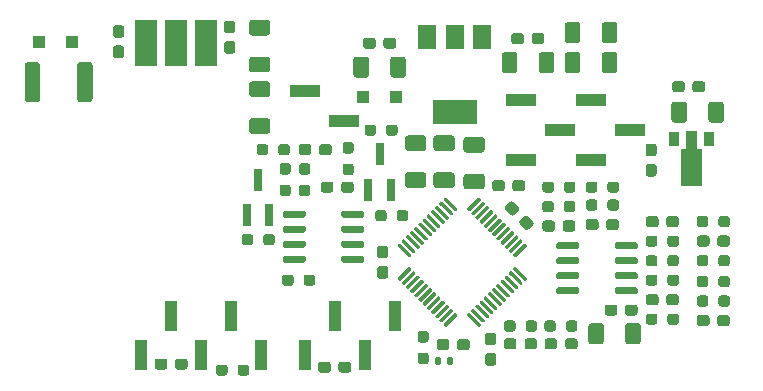
<source format=gtp>
G04 #@! TF.GenerationSoftware,KiCad,Pcbnew,5.1.9*
G04 #@! TF.CreationDate,2021-04-12T05:07:17-03:00*
G04 #@! TF.ProjectId,Controle,436f6e74-726f-46c6-952e-6b696361645f,rev?*
G04 #@! TF.SameCoordinates,Original*
G04 #@! TF.FileFunction,Paste,Top*
G04 #@! TF.FilePolarity,Positive*
%FSLAX46Y46*%
G04 Gerber Fmt 4.6, Leading zero omitted, Abs format (unit mm)*
G04 Created by KiCad (PCBNEW 5.1.9) date 2021-04-12 05:07:17*
%MOMM*%
%LPD*%
G01*
G04 APERTURE LIST*
%ADD10R,2.510000X1.000000*%
%ADD11R,0.800000X1.900000*%
%ADD12C,0.150000*%
%ADD13R,0.900000X1.300000*%
%ADD14R,1.000000X2.510000*%
%ADD15R,1.100000X1.100000*%
%ADD16R,1.905000X4.000000*%
%ADD17R,3.800000X2.000000*%
%ADD18R,1.500000X2.000000*%
G04 APERTURE END LIST*
G36*
G01*
X160609500Y-65778000D02*
X161084500Y-65778000D01*
G75*
G02*
X161322000Y-66015500I0J-237500D01*
G01*
X161322000Y-66515500D01*
G75*
G02*
X161084500Y-66753000I-237500J0D01*
G01*
X160609500Y-66753000D01*
G75*
G02*
X160372000Y-66515500I0J237500D01*
G01*
X160372000Y-66015500D01*
G75*
G02*
X160609500Y-65778000I237500J0D01*
G01*
G37*
G36*
G01*
X160609500Y-67603000D02*
X161084500Y-67603000D01*
G75*
G02*
X161322000Y-67840500I0J-237500D01*
G01*
X161322000Y-68340500D01*
G75*
G02*
X161084500Y-68578000I-237500J0D01*
G01*
X160609500Y-68578000D01*
G75*
G02*
X160372000Y-68340500I0J237500D01*
G01*
X160372000Y-67840500D01*
G75*
G02*
X160609500Y-67603000I237500J0D01*
G01*
G37*
D10*
X160470000Y-64003000D03*
X157160000Y-61463000D03*
G36*
G01*
X164105000Y-71766500D02*
X164105000Y-72241500D01*
G75*
G02*
X163867500Y-72479000I-237500J0D01*
G01*
X163367500Y-72479000D01*
G75*
G02*
X163130000Y-72241500I0J237500D01*
G01*
X163130000Y-71766500D01*
G75*
G02*
X163367500Y-71529000I237500J0D01*
G01*
X163867500Y-71529000D01*
G75*
G02*
X164105000Y-71766500I0J-237500D01*
G01*
G37*
G36*
G01*
X165930000Y-71766500D02*
X165930000Y-72241500D01*
G75*
G02*
X165692500Y-72479000I-237500J0D01*
G01*
X165192500Y-72479000D01*
G75*
G02*
X164955000Y-72241500I0J237500D01*
G01*
X164955000Y-71766500D01*
G75*
G02*
X165192500Y-71529000I237500J0D01*
G01*
X165692500Y-71529000D01*
G75*
G02*
X165930000Y-71766500I0J-237500D01*
G01*
G37*
G36*
G01*
X163216000Y-64527500D02*
X163216000Y-65002500D01*
G75*
G02*
X162978500Y-65240000I-237500J0D01*
G01*
X162478500Y-65240000D01*
G75*
G02*
X162241000Y-65002500I0J237500D01*
G01*
X162241000Y-64527500D01*
G75*
G02*
X162478500Y-64290000I237500J0D01*
G01*
X162978500Y-64290000D01*
G75*
G02*
X163216000Y-64527500I0J-237500D01*
G01*
G37*
G36*
G01*
X165041000Y-64527500D02*
X165041000Y-65002500D01*
G75*
G02*
X164803500Y-65240000I-237500J0D01*
G01*
X164303500Y-65240000D01*
G75*
G02*
X164066000Y-65002500I0J237500D01*
G01*
X164066000Y-64527500D01*
G75*
G02*
X164303500Y-64290000I237500J0D01*
G01*
X164803500Y-64290000D01*
G75*
G02*
X165041000Y-64527500I0J-237500D01*
G01*
G37*
D11*
X163514000Y-66821000D03*
X164464000Y-69821000D03*
X162564000Y-69821000D03*
G36*
G01*
X180521000Y-58399999D02*
X180521000Y-59700001D01*
G75*
G02*
X180271001Y-59950000I-249999J0D01*
G01*
X179445999Y-59950000D01*
G75*
G02*
X179196000Y-59700001I0J249999D01*
G01*
X179196000Y-58399999D01*
G75*
G02*
X179445999Y-58150000I249999J0D01*
G01*
X180271001Y-58150000D01*
G75*
G02*
X180521000Y-58399999I0J-249999D01*
G01*
G37*
G36*
G01*
X183646000Y-58399999D02*
X183646000Y-59700001D01*
G75*
G02*
X183396001Y-59950000I-249999J0D01*
G01*
X182570999Y-59950000D01*
G75*
G02*
X182321000Y-59700001I0J249999D01*
G01*
X182321000Y-58399999D01*
G75*
G02*
X182570999Y-58150000I249999J0D01*
G01*
X183396001Y-58150000D01*
G75*
G02*
X183646000Y-58399999I0J-249999D01*
G01*
G37*
G36*
G01*
X167212001Y-66532000D02*
X165911999Y-66532000D01*
G75*
G02*
X165662000Y-66282001I0J249999D01*
G01*
X165662000Y-65456999D01*
G75*
G02*
X165911999Y-65207000I249999J0D01*
G01*
X167212001Y-65207000D01*
G75*
G02*
X167462000Y-65456999I0J-249999D01*
G01*
X167462000Y-66282001D01*
G75*
G02*
X167212001Y-66532000I-249999J0D01*
G01*
G37*
G36*
G01*
X167212001Y-69657000D02*
X165911999Y-69657000D01*
G75*
G02*
X165662000Y-69407001I0J249999D01*
G01*
X165662000Y-68581999D01*
G75*
G02*
X165911999Y-68332000I249999J0D01*
G01*
X167212001Y-68332000D01*
G75*
G02*
X167462000Y-68581999I0J-249999D01*
G01*
X167462000Y-69407001D01*
G75*
G02*
X167212001Y-69657000I-249999J0D01*
G01*
G37*
G36*
G01*
X169625001Y-66532000D02*
X168324999Y-66532000D01*
G75*
G02*
X168075000Y-66282001I0J249999D01*
G01*
X168075000Y-65456999D01*
G75*
G02*
X168324999Y-65207000I249999J0D01*
G01*
X169625001Y-65207000D01*
G75*
G02*
X169875000Y-65456999I0J-249999D01*
G01*
X169875000Y-66282001D01*
G75*
G02*
X169625001Y-66532000I-249999J0D01*
G01*
G37*
G36*
G01*
X169625001Y-69657000D02*
X168324999Y-69657000D01*
G75*
G02*
X168075000Y-69407001I0J249999D01*
G01*
X168075000Y-68581999D01*
G75*
G02*
X168324999Y-68332000I249999J0D01*
G01*
X169625001Y-68332000D01*
G75*
G02*
X169875000Y-68581999I0J-249999D01*
G01*
X169875000Y-69407001D01*
G75*
G02*
X169625001Y-69657000I-249999J0D01*
G01*
G37*
G36*
G01*
X182502200Y-81361599D02*
X182502200Y-82661601D01*
G75*
G02*
X182252201Y-82911600I-249999J0D01*
G01*
X181427199Y-82911600D01*
G75*
G02*
X181177200Y-82661601I0J249999D01*
G01*
X181177200Y-81361599D01*
G75*
G02*
X181427199Y-81111600I249999J0D01*
G01*
X182252201Y-81111600D01*
G75*
G02*
X182502200Y-81361599I0J-249999D01*
G01*
G37*
G36*
G01*
X185627200Y-81361599D02*
X185627200Y-82661601D01*
G75*
G02*
X185377201Y-82911600I-249999J0D01*
G01*
X184552199Y-82911600D01*
G75*
G02*
X184302200Y-82661601I0J249999D01*
G01*
X184302200Y-81361599D01*
G75*
G02*
X184552199Y-81111600I249999J0D01*
G01*
X185377201Y-81111600D01*
G75*
G02*
X185627200Y-81361599I0J-249999D01*
G01*
G37*
G36*
G01*
X170864999Y-68459000D02*
X172165001Y-68459000D01*
G75*
G02*
X172415000Y-68708999I0J-249999D01*
G01*
X172415000Y-69534001D01*
G75*
G02*
X172165001Y-69784000I-249999J0D01*
G01*
X170864999Y-69784000D01*
G75*
G02*
X170615000Y-69534001I0J249999D01*
G01*
X170615000Y-68708999D01*
G75*
G02*
X170864999Y-68459000I249999J0D01*
G01*
G37*
G36*
G01*
X170864999Y-65334000D02*
X172165001Y-65334000D01*
G75*
G02*
X172415000Y-65583999I0J-249999D01*
G01*
X172415000Y-66409001D01*
G75*
G02*
X172165001Y-66659000I-249999J0D01*
G01*
X170864999Y-66659000D01*
G75*
G02*
X170615000Y-66409001I0J249999D01*
G01*
X170615000Y-65583999D01*
G75*
G02*
X170864999Y-65334000I249999J0D01*
G01*
G37*
G36*
G01*
X152703999Y-63760000D02*
X154004001Y-63760000D01*
G75*
G02*
X154254000Y-64009999I0J-249999D01*
G01*
X154254000Y-64835001D01*
G75*
G02*
X154004001Y-65085000I-249999J0D01*
G01*
X152703999Y-65085000D01*
G75*
G02*
X152454000Y-64835001I0J249999D01*
G01*
X152454000Y-64009999D01*
G75*
G02*
X152703999Y-63760000I249999J0D01*
G01*
G37*
G36*
G01*
X152703999Y-60635000D02*
X154004001Y-60635000D01*
G75*
G02*
X154254000Y-60884999I0J-249999D01*
G01*
X154254000Y-61710001D01*
G75*
G02*
X154004001Y-61960000I-249999J0D01*
G01*
X152703999Y-61960000D01*
G75*
G02*
X152454000Y-61710001I0J249999D01*
G01*
X152454000Y-60884999D01*
G75*
G02*
X152703999Y-60635000I249999J0D01*
G01*
G37*
G36*
G01*
X154004001Y-56753000D02*
X152703999Y-56753000D01*
G75*
G02*
X152454000Y-56503001I0J249999D01*
G01*
X152454000Y-55677999D01*
G75*
G02*
X152703999Y-55428000I249999J0D01*
G01*
X154004001Y-55428000D01*
G75*
G02*
X154254000Y-55677999I0J-249999D01*
G01*
X154254000Y-56503001D01*
G75*
G02*
X154004001Y-56753000I-249999J0D01*
G01*
G37*
G36*
G01*
X154004001Y-59878000D02*
X152703999Y-59878000D01*
G75*
G02*
X152454000Y-59628001I0J249999D01*
G01*
X152454000Y-58802999D01*
G75*
G02*
X152703999Y-58553000I249999J0D01*
G01*
X154004001Y-58553000D01*
G75*
G02*
X154254000Y-58802999I0J-249999D01*
G01*
X154254000Y-59628001D01*
G75*
G02*
X154004001Y-59878000I-249999J0D01*
G01*
G37*
G36*
G01*
X162614000Y-58780999D02*
X162614000Y-60081001D01*
G75*
G02*
X162364001Y-60331000I-249999J0D01*
G01*
X161538999Y-60331000D01*
G75*
G02*
X161289000Y-60081001I0J249999D01*
G01*
X161289000Y-58780999D01*
G75*
G02*
X161538999Y-58531000I249999J0D01*
G01*
X162364001Y-58531000D01*
G75*
G02*
X162614000Y-58780999I0J-249999D01*
G01*
G37*
G36*
G01*
X165739000Y-58780999D02*
X165739000Y-60081001D01*
G75*
G02*
X165489001Y-60331000I-249999J0D01*
G01*
X164663999Y-60331000D01*
G75*
G02*
X164414000Y-60081001I0J249999D01*
G01*
X164414000Y-58780999D01*
G75*
G02*
X164663999Y-58531000I249999J0D01*
G01*
X165489001Y-58531000D01*
G75*
G02*
X165739000Y-58780999I0J-249999D01*
G01*
G37*
G36*
G01*
X175187000Y-58399999D02*
X175187000Y-59700001D01*
G75*
G02*
X174937001Y-59950000I-249999J0D01*
G01*
X174111999Y-59950000D01*
G75*
G02*
X173862000Y-59700001I0J249999D01*
G01*
X173862000Y-58399999D01*
G75*
G02*
X174111999Y-58150000I249999J0D01*
G01*
X174937001Y-58150000D01*
G75*
G02*
X175187000Y-58399999I0J-249999D01*
G01*
G37*
G36*
G01*
X178312000Y-58399999D02*
X178312000Y-59700001D01*
G75*
G02*
X178062001Y-59950000I-249999J0D01*
G01*
X177236999Y-59950000D01*
G75*
G02*
X176987000Y-59700001I0J249999D01*
G01*
X176987000Y-58399999D01*
G75*
G02*
X177236999Y-58150000I249999J0D01*
G01*
X178062001Y-58150000D01*
G75*
G02*
X178312000Y-58399999I0J-249999D01*
G01*
G37*
G36*
G01*
X189538000Y-62590999D02*
X189538000Y-63891001D01*
G75*
G02*
X189288001Y-64141000I-249999J0D01*
G01*
X188462999Y-64141000D01*
G75*
G02*
X188213000Y-63891001I0J249999D01*
G01*
X188213000Y-62590999D01*
G75*
G02*
X188462999Y-62341000I249999J0D01*
G01*
X189288001Y-62341000D01*
G75*
G02*
X189538000Y-62590999I0J-249999D01*
G01*
G37*
G36*
G01*
X192663000Y-62590999D02*
X192663000Y-63891001D01*
G75*
G02*
X192413001Y-64141000I-249999J0D01*
G01*
X191587999Y-64141000D01*
G75*
G02*
X191338000Y-63891001I0J249999D01*
G01*
X191338000Y-62590999D01*
G75*
G02*
X191587999Y-62341000I249999J0D01*
G01*
X192413001Y-62341000D01*
G75*
G02*
X192663000Y-62590999I0J-249999D01*
G01*
G37*
G36*
G01*
X180521000Y-55859999D02*
X180521000Y-57160001D01*
G75*
G02*
X180271001Y-57410000I-249999J0D01*
G01*
X179445999Y-57410000D01*
G75*
G02*
X179196000Y-57160001I0J249999D01*
G01*
X179196000Y-55859999D01*
G75*
G02*
X179445999Y-55610000I249999J0D01*
G01*
X180271001Y-55610000D01*
G75*
G02*
X180521000Y-55859999I0J-249999D01*
G01*
G37*
G36*
G01*
X183646000Y-55859999D02*
X183646000Y-57160001D01*
G75*
G02*
X183396001Y-57410000I-249999J0D01*
G01*
X182570999Y-57410000D01*
G75*
G02*
X182321000Y-57160001I0J249999D01*
G01*
X182321000Y-55859999D01*
G75*
G02*
X182570999Y-55610000I249999J0D01*
G01*
X183396001Y-55610000D01*
G75*
G02*
X183646000Y-55859999I0J-249999D01*
G01*
G37*
D12*
G36*
X189063500Y-69478000D02*
G01*
X189063500Y-66353000D01*
X189480000Y-66353000D01*
X189480000Y-64878000D01*
X190380000Y-64878000D01*
X190380000Y-66353000D01*
X190796500Y-66353000D01*
X190796500Y-69478000D01*
X189063500Y-69478000D01*
G37*
D13*
X188430000Y-65528000D03*
X191430000Y-65528000D03*
D14*
X143321000Y-83819000D03*
X148401000Y-83819000D03*
X153481000Y-83819000D03*
X145861000Y-80509000D03*
X150941000Y-80509000D03*
D15*
X162114000Y-61971000D03*
X164914000Y-61971000D03*
G36*
G01*
X134761000Y-59251000D02*
X134761000Y-62151000D01*
G75*
G02*
X134511000Y-62401000I-250000J0D01*
G01*
X133711000Y-62401000D01*
G75*
G02*
X133461000Y-62151000I0J250000D01*
G01*
X133461000Y-59251000D01*
G75*
G02*
X133711000Y-59001000I250000J0D01*
G01*
X134511000Y-59001000D01*
G75*
G02*
X134761000Y-59251000I0J-250000D01*
G01*
G37*
G36*
G01*
X139211000Y-59251000D02*
X139211000Y-62151000D01*
G75*
G02*
X138961000Y-62401000I-250000J0D01*
G01*
X138161000Y-62401000D01*
G75*
G02*
X137911000Y-62151000I0J250000D01*
G01*
X137911000Y-59251000D01*
G75*
G02*
X138161000Y-59001000I250000J0D01*
G01*
X138961000Y-59001000D01*
G75*
G02*
X139211000Y-59251000I0J-250000D01*
G01*
G37*
G36*
G01*
X180429000Y-78204000D02*
X180429000Y-78504000D01*
G75*
G02*
X180279000Y-78654000I-150000J0D01*
G01*
X178629000Y-78654000D01*
G75*
G02*
X178479000Y-78504000I0J150000D01*
G01*
X178479000Y-78204000D01*
G75*
G02*
X178629000Y-78054000I150000J0D01*
G01*
X180279000Y-78054000D01*
G75*
G02*
X180429000Y-78204000I0J-150000D01*
G01*
G37*
G36*
G01*
X180429000Y-76934000D02*
X180429000Y-77234000D01*
G75*
G02*
X180279000Y-77384000I-150000J0D01*
G01*
X178629000Y-77384000D01*
G75*
G02*
X178479000Y-77234000I0J150000D01*
G01*
X178479000Y-76934000D01*
G75*
G02*
X178629000Y-76784000I150000J0D01*
G01*
X180279000Y-76784000D01*
G75*
G02*
X180429000Y-76934000I0J-150000D01*
G01*
G37*
G36*
G01*
X180429000Y-75664000D02*
X180429000Y-75964000D01*
G75*
G02*
X180279000Y-76114000I-150000J0D01*
G01*
X178629000Y-76114000D01*
G75*
G02*
X178479000Y-75964000I0J150000D01*
G01*
X178479000Y-75664000D01*
G75*
G02*
X178629000Y-75514000I150000J0D01*
G01*
X180279000Y-75514000D01*
G75*
G02*
X180429000Y-75664000I0J-150000D01*
G01*
G37*
G36*
G01*
X180429000Y-74394000D02*
X180429000Y-74694000D01*
G75*
G02*
X180279000Y-74844000I-150000J0D01*
G01*
X178629000Y-74844000D01*
G75*
G02*
X178479000Y-74694000I0J150000D01*
G01*
X178479000Y-74394000D01*
G75*
G02*
X178629000Y-74244000I150000J0D01*
G01*
X180279000Y-74244000D01*
G75*
G02*
X180429000Y-74394000I0J-150000D01*
G01*
G37*
G36*
G01*
X185379000Y-74394000D02*
X185379000Y-74694000D01*
G75*
G02*
X185229000Y-74844000I-150000J0D01*
G01*
X183579000Y-74844000D01*
G75*
G02*
X183429000Y-74694000I0J150000D01*
G01*
X183429000Y-74394000D01*
G75*
G02*
X183579000Y-74244000I150000J0D01*
G01*
X185229000Y-74244000D01*
G75*
G02*
X185379000Y-74394000I0J-150000D01*
G01*
G37*
G36*
G01*
X185379000Y-75664000D02*
X185379000Y-75964000D01*
G75*
G02*
X185229000Y-76114000I-150000J0D01*
G01*
X183579000Y-76114000D01*
G75*
G02*
X183429000Y-75964000I0J150000D01*
G01*
X183429000Y-75664000D01*
G75*
G02*
X183579000Y-75514000I150000J0D01*
G01*
X185229000Y-75514000D01*
G75*
G02*
X185379000Y-75664000I0J-150000D01*
G01*
G37*
G36*
G01*
X185379000Y-76934000D02*
X185379000Y-77234000D01*
G75*
G02*
X185229000Y-77384000I-150000J0D01*
G01*
X183579000Y-77384000D01*
G75*
G02*
X183429000Y-77234000I0J150000D01*
G01*
X183429000Y-76934000D01*
G75*
G02*
X183579000Y-76784000I150000J0D01*
G01*
X185229000Y-76784000D01*
G75*
G02*
X185379000Y-76934000I0J-150000D01*
G01*
G37*
G36*
G01*
X185379000Y-78204000D02*
X185379000Y-78504000D01*
G75*
G02*
X185229000Y-78654000I-150000J0D01*
G01*
X183579000Y-78654000D01*
G75*
G02*
X183429000Y-78504000I0J150000D01*
G01*
X183429000Y-78204000D01*
G75*
G02*
X183579000Y-78054000I150000J0D01*
G01*
X185229000Y-78054000D01*
G75*
G02*
X185379000Y-78204000I0J-150000D01*
G01*
G37*
G36*
G01*
X175097000Y-82623500D02*
X175097000Y-83098500D01*
G75*
G02*
X174859500Y-83336000I-237500J0D01*
G01*
X174284500Y-83336000D01*
G75*
G02*
X174047000Y-83098500I0J237500D01*
G01*
X174047000Y-82623500D01*
G75*
G02*
X174284500Y-82386000I237500J0D01*
G01*
X174859500Y-82386000D01*
G75*
G02*
X175097000Y-82623500I0J-237500D01*
G01*
G37*
G36*
G01*
X176847000Y-82623500D02*
X176847000Y-83098500D01*
G75*
G02*
X176609500Y-83336000I-237500J0D01*
G01*
X176034500Y-83336000D01*
G75*
G02*
X175797000Y-83098500I0J237500D01*
G01*
X175797000Y-82623500D01*
G75*
G02*
X176034500Y-82386000I237500J0D01*
G01*
X176609500Y-82386000D01*
G75*
G02*
X176847000Y-82623500I0J-237500D01*
G01*
G37*
G36*
G01*
X175872000Y-81588700D02*
X175872000Y-81113700D01*
G75*
G02*
X176109500Y-80876200I237500J0D01*
G01*
X176609500Y-80876200D01*
G75*
G02*
X176847000Y-81113700I0J-237500D01*
G01*
X176847000Y-81588700D01*
G75*
G02*
X176609500Y-81826200I-237500J0D01*
G01*
X176109500Y-81826200D01*
G75*
G02*
X175872000Y-81588700I0J237500D01*
G01*
G37*
G36*
G01*
X174047000Y-81588700D02*
X174047000Y-81113700D01*
G75*
G02*
X174284500Y-80876200I237500J0D01*
G01*
X174784500Y-80876200D01*
G75*
G02*
X175022000Y-81113700I0J-237500D01*
G01*
X175022000Y-81588700D01*
G75*
G02*
X174784500Y-81826200I-237500J0D01*
G01*
X174284500Y-81826200D01*
G75*
G02*
X174047000Y-81588700I0J237500D01*
G01*
G37*
G36*
G01*
X170074736Y-80466484D02*
X169137820Y-81403400D01*
G75*
G02*
X169031754Y-81403400I-53033J53033D01*
G01*
X168925688Y-81297334D01*
G75*
G02*
X168925688Y-81191268I53033J53033D01*
G01*
X169862604Y-80254352D01*
G75*
G02*
X169968670Y-80254352I53033J-53033D01*
G01*
X170074736Y-80360418D01*
G75*
G02*
X170074736Y-80466484I-53033J-53033D01*
G01*
G37*
G36*
G01*
X169721182Y-80112930D02*
X168784266Y-81049846D01*
G75*
G02*
X168678200Y-81049846I-53033J53033D01*
G01*
X168572134Y-80943780D01*
G75*
G02*
X168572134Y-80837714I53033J53033D01*
G01*
X169509050Y-79900798D01*
G75*
G02*
X169615116Y-79900798I53033J-53033D01*
G01*
X169721182Y-80006864D01*
G75*
G02*
X169721182Y-80112930I-53033J-53033D01*
G01*
G37*
G36*
G01*
X169367629Y-79759377D02*
X168430713Y-80696293D01*
G75*
G02*
X168324647Y-80696293I-53033J53033D01*
G01*
X168218581Y-80590227D01*
G75*
G02*
X168218581Y-80484161I53033J53033D01*
G01*
X169155497Y-79547245D01*
G75*
G02*
X169261563Y-79547245I53033J-53033D01*
G01*
X169367629Y-79653311D01*
G75*
G02*
X169367629Y-79759377I-53033J-53033D01*
G01*
G37*
G36*
G01*
X169014075Y-79405823D02*
X168077159Y-80342739D01*
G75*
G02*
X167971093Y-80342739I-53033J53033D01*
G01*
X167865027Y-80236673D01*
G75*
G02*
X167865027Y-80130607I53033J53033D01*
G01*
X168801943Y-79193691D01*
G75*
G02*
X168908009Y-79193691I53033J-53033D01*
G01*
X169014075Y-79299757D01*
G75*
G02*
X169014075Y-79405823I-53033J-53033D01*
G01*
G37*
G36*
G01*
X168660522Y-79052270D02*
X167723606Y-79989186D01*
G75*
G02*
X167617540Y-79989186I-53033J53033D01*
G01*
X167511474Y-79883120D01*
G75*
G02*
X167511474Y-79777054I53033J53033D01*
G01*
X168448390Y-78840138D01*
G75*
G02*
X168554456Y-78840138I53033J-53033D01*
G01*
X168660522Y-78946204D01*
G75*
G02*
X168660522Y-79052270I-53033J-53033D01*
G01*
G37*
G36*
G01*
X168306969Y-78698717D02*
X167370053Y-79635633D01*
G75*
G02*
X167263987Y-79635633I-53033J53033D01*
G01*
X167157921Y-79529567D01*
G75*
G02*
X167157921Y-79423501I53033J53033D01*
G01*
X168094837Y-78486585D01*
G75*
G02*
X168200903Y-78486585I53033J-53033D01*
G01*
X168306969Y-78592651D01*
G75*
G02*
X168306969Y-78698717I-53033J-53033D01*
G01*
G37*
G36*
G01*
X167953415Y-78345163D02*
X167016499Y-79282079D01*
G75*
G02*
X166910433Y-79282079I-53033J53033D01*
G01*
X166804367Y-79176013D01*
G75*
G02*
X166804367Y-79069947I53033J53033D01*
G01*
X167741283Y-78133031D01*
G75*
G02*
X167847349Y-78133031I53033J-53033D01*
G01*
X167953415Y-78239097D01*
G75*
G02*
X167953415Y-78345163I-53033J-53033D01*
G01*
G37*
G36*
G01*
X167599862Y-77991610D02*
X166662946Y-78928526D01*
G75*
G02*
X166556880Y-78928526I-53033J53033D01*
G01*
X166450814Y-78822460D01*
G75*
G02*
X166450814Y-78716394I53033J53033D01*
G01*
X167387730Y-77779478D01*
G75*
G02*
X167493796Y-77779478I53033J-53033D01*
G01*
X167599862Y-77885544D01*
G75*
G02*
X167599862Y-77991610I-53033J-53033D01*
G01*
G37*
G36*
G01*
X167246309Y-77638057D02*
X166309393Y-78574973D01*
G75*
G02*
X166203327Y-78574973I-53033J53033D01*
G01*
X166097261Y-78468907D01*
G75*
G02*
X166097261Y-78362841I53033J53033D01*
G01*
X167034177Y-77425925D01*
G75*
G02*
X167140243Y-77425925I53033J-53033D01*
G01*
X167246309Y-77531991D01*
G75*
G02*
X167246309Y-77638057I-53033J-53033D01*
G01*
G37*
G36*
G01*
X166892755Y-77284503D02*
X165955839Y-78221419D01*
G75*
G02*
X165849773Y-78221419I-53033J53033D01*
G01*
X165743707Y-78115353D01*
G75*
G02*
X165743707Y-78009287I53033J53033D01*
G01*
X166680623Y-77072371D01*
G75*
G02*
X166786689Y-77072371I53033J-53033D01*
G01*
X166892755Y-77178437D01*
G75*
G02*
X166892755Y-77284503I-53033J-53033D01*
G01*
G37*
G36*
G01*
X166539202Y-76930950D02*
X165602286Y-77867866D01*
G75*
G02*
X165496220Y-77867866I-53033J53033D01*
G01*
X165390154Y-77761800D01*
G75*
G02*
X165390154Y-77655734I53033J53033D01*
G01*
X166327070Y-76718818D01*
G75*
G02*
X166433136Y-76718818I53033J-53033D01*
G01*
X166539202Y-76824884D01*
G75*
G02*
X166539202Y-76930950I-53033J-53033D01*
G01*
G37*
G36*
G01*
X166185648Y-76577396D02*
X165248732Y-77514312D01*
G75*
G02*
X165142666Y-77514312I-53033J53033D01*
G01*
X165036600Y-77408246D01*
G75*
G02*
X165036600Y-77302180I53033J53033D01*
G01*
X165973516Y-76365264D01*
G75*
G02*
X166079582Y-76365264I53033J-53033D01*
G01*
X166185648Y-76471330D01*
G75*
G02*
X166185648Y-76577396I-53033J-53033D01*
G01*
G37*
G36*
G01*
X166185648Y-75410670D02*
X166079582Y-75516736D01*
G75*
G02*
X165973516Y-75516736I-53033J53033D01*
G01*
X165036600Y-74579820D01*
G75*
G02*
X165036600Y-74473754I53033J53033D01*
G01*
X165142666Y-74367688D01*
G75*
G02*
X165248732Y-74367688I53033J-53033D01*
G01*
X166185648Y-75304604D01*
G75*
G02*
X166185648Y-75410670I-53033J-53033D01*
G01*
G37*
G36*
G01*
X166539202Y-75057116D02*
X166433136Y-75163182D01*
G75*
G02*
X166327070Y-75163182I-53033J53033D01*
G01*
X165390154Y-74226266D01*
G75*
G02*
X165390154Y-74120200I53033J53033D01*
G01*
X165496220Y-74014134D01*
G75*
G02*
X165602286Y-74014134I53033J-53033D01*
G01*
X166539202Y-74951050D01*
G75*
G02*
X166539202Y-75057116I-53033J-53033D01*
G01*
G37*
G36*
G01*
X166892755Y-74703563D02*
X166786689Y-74809629D01*
G75*
G02*
X166680623Y-74809629I-53033J53033D01*
G01*
X165743707Y-73872713D01*
G75*
G02*
X165743707Y-73766647I53033J53033D01*
G01*
X165849773Y-73660581D01*
G75*
G02*
X165955839Y-73660581I53033J-53033D01*
G01*
X166892755Y-74597497D01*
G75*
G02*
X166892755Y-74703563I-53033J-53033D01*
G01*
G37*
G36*
G01*
X167246309Y-74350009D02*
X167140243Y-74456075D01*
G75*
G02*
X167034177Y-74456075I-53033J53033D01*
G01*
X166097261Y-73519159D01*
G75*
G02*
X166097261Y-73413093I53033J53033D01*
G01*
X166203327Y-73307027D01*
G75*
G02*
X166309393Y-73307027I53033J-53033D01*
G01*
X167246309Y-74243943D01*
G75*
G02*
X167246309Y-74350009I-53033J-53033D01*
G01*
G37*
G36*
G01*
X167599862Y-73996456D02*
X167493796Y-74102522D01*
G75*
G02*
X167387730Y-74102522I-53033J53033D01*
G01*
X166450814Y-73165606D01*
G75*
G02*
X166450814Y-73059540I53033J53033D01*
G01*
X166556880Y-72953474D01*
G75*
G02*
X166662946Y-72953474I53033J-53033D01*
G01*
X167599862Y-73890390D01*
G75*
G02*
X167599862Y-73996456I-53033J-53033D01*
G01*
G37*
G36*
G01*
X167953415Y-73642903D02*
X167847349Y-73748969D01*
G75*
G02*
X167741283Y-73748969I-53033J53033D01*
G01*
X166804367Y-72812053D01*
G75*
G02*
X166804367Y-72705987I53033J53033D01*
G01*
X166910433Y-72599921D01*
G75*
G02*
X167016499Y-72599921I53033J-53033D01*
G01*
X167953415Y-73536837D01*
G75*
G02*
X167953415Y-73642903I-53033J-53033D01*
G01*
G37*
G36*
G01*
X168306969Y-73289349D02*
X168200903Y-73395415D01*
G75*
G02*
X168094837Y-73395415I-53033J53033D01*
G01*
X167157921Y-72458499D01*
G75*
G02*
X167157921Y-72352433I53033J53033D01*
G01*
X167263987Y-72246367D01*
G75*
G02*
X167370053Y-72246367I53033J-53033D01*
G01*
X168306969Y-73183283D01*
G75*
G02*
X168306969Y-73289349I-53033J-53033D01*
G01*
G37*
G36*
G01*
X168660522Y-72935796D02*
X168554456Y-73041862D01*
G75*
G02*
X168448390Y-73041862I-53033J53033D01*
G01*
X167511474Y-72104946D01*
G75*
G02*
X167511474Y-71998880I53033J53033D01*
G01*
X167617540Y-71892814D01*
G75*
G02*
X167723606Y-71892814I53033J-53033D01*
G01*
X168660522Y-72829730D01*
G75*
G02*
X168660522Y-72935796I-53033J-53033D01*
G01*
G37*
G36*
G01*
X169014075Y-72582243D02*
X168908009Y-72688309D01*
G75*
G02*
X168801943Y-72688309I-53033J53033D01*
G01*
X167865027Y-71751393D01*
G75*
G02*
X167865027Y-71645327I53033J53033D01*
G01*
X167971093Y-71539261D01*
G75*
G02*
X168077159Y-71539261I53033J-53033D01*
G01*
X169014075Y-72476177D01*
G75*
G02*
X169014075Y-72582243I-53033J-53033D01*
G01*
G37*
G36*
G01*
X169367629Y-72228689D02*
X169261563Y-72334755D01*
G75*
G02*
X169155497Y-72334755I-53033J53033D01*
G01*
X168218581Y-71397839D01*
G75*
G02*
X168218581Y-71291773I53033J53033D01*
G01*
X168324647Y-71185707D01*
G75*
G02*
X168430713Y-71185707I53033J-53033D01*
G01*
X169367629Y-72122623D01*
G75*
G02*
X169367629Y-72228689I-53033J-53033D01*
G01*
G37*
G36*
G01*
X169721182Y-71875136D02*
X169615116Y-71981202D01*
G75*
G02*
X169509050Y-71981202I-53033J53033D01*
G01*
X168572134Y-71044286D01*
G75*
G02*
X168572134Y-70938220I53033J53033D01*
G01*
X168678200Y-70832154D01*
G75*
G02*
X168784266Y-70832154I53033J-53033D01*
G01*
X169721182Y-71769070D01*
G75*
G02*
X169721182Y-71875136I-53033J-53033D01*
G01*
G37*
G36*
G01*
X170074736Y-71521582D02*
X169968670Y-71627648D01*
G75*
G02*
X169862604Y-71627648I-53033J53033D01*
G01*
X168925688Y-70690732D01*
G75*
G02*
X168925688Y-70584666I53033J53033D01*
G01*
X169031754Y-70478600D01*
G75*
G02*
X169137820Y-70478600I53033J-53033D01*
G01*
X170074736Y-71415516D01*
G75*
G02*
X170074736Y-71521582I-53033J-53033D01*
G01*
G37*
G36*
G01*
X172072312Y-70690732D02*
X171135396Y-71627648D01*
G75*
G02*
X171029330Y-71627648I-53033J53033D01*
G01*
X170923264Y-71521582D01*
G75*
G02*
X170923264Y-71415516I53033J53033D01*
G01*
X171860180Y-70478600D01*
G75*
G02*
X171966246Y-70478600I53033J-53033D01*
G01*
X172072312Y-70584666D01*
G75*
G02*
X172072312Y-70690732I-53033J-53033D01*
G01*
G37*
G36*
G01*
X172425866Y-71044286D02*
X171488950Y-71981202D01*
G75*
G02*
X171382884Y-71981202I-53033J53033D01*
G01*
X171276818Y-71875136D01*
G75*
G02*
X171276818Y-71769070I53033J53033D01*
G01*
X172213734Y-70832154D01*
G75*
G02*
X172319800Y-70832154I53033J-53033D01*
G01*
X172425866Y-70938220D01*
G75*
G02*
X172425866Y-71044286I-53033J-53033D01*
G01*
G37*
G36*
G01*
X172779419Y-71397839D02*
X171842503Y-72334755D01*
G75*
G02*
X171736437Y-72334755I-53033J53033D01*
G01*
X171630371Y-72228689D01*
G75*
G02*
X171630371Y-72122623I53033J53033D01*
G01*
X172567287Y-71185707D01*
G75*
G02*
X172673353Y-71185707I53033J-53033D01*
G01*
X172779419Y-71291773D01*
G75*
G02*
X172779419Y-71397839I-53033J-53033D01*
G01*
G37*
G36*
G01*
X173132973Y-71751393D02*
X172196057Y-72688309D01*
G75*
G02*
X172089991Y-72688309I-53033J53033D01*
G01*
X171983925Y-72582243D01*
G75*
G02*
X171983925Y-72476177I53033J53033D01*
G01*
X172920841Y-71539261D01*
G75*
G02*
X173026907Y-71539261I53033J-53033D01*
G01*
X173132973Y-71645327D01*
G75*
G02*
X173132973Y-71751393I-53033J-53033D01*
G01*
G37*
G36*
G01*
X173486526Y-72104946D02*
X172549610Y-73041862D01*
G75*
G02*
X172443544Y-73041862I-53033J53033D01*
G01*
X172337478Y-72935796D01*
G75*
G02*
X172337478Y-72829730I53033J53033D01*
G01*
X173274394Y-71892814D01*
G75*
G02*
X173380460Y-71892814I53033J-53033D01*
G01*
X173486526Y-71998880D01*
G75*
G02*
X173486526Y-72104946I-53033J-53033D01*
G01*
G37*
G36*
G01*
X173840079Y-72458499D02*
X172903163Y-73395415D01*
G75*
G02*
X172797097Y-73395415I-53033J53033D01*
G01*
X172691031Y-73289349D01*
G75*
G02*
X172691031Y-73183283I53033J53033D01*
G01*
X173627947Y-72246367D01*
G75*
G02*
X173734013Y-72246367I53033J-53033D01*
G01*
X173840079Y-72352433D01*
G75*
G02*
X173840079Y-72458499I-53033J-53033D01*
G01*
G37*
G36*
G01*
X174193633Y-72812053D02*
X173256717Y-73748969D01*
G75*
G02*
X173150651Y-73748969I-53033J53033D01*
G01*
X173044585Y-73642903D01*
G75*
G02*
X173044585Y-73536837I53033J53033D01*
G01*
X173981501Y-72599921D01*
G75*
G02*
X174087567Y-72599921I53033J-53033D01*
G01*
X174193633Y-72705987D01*
G75*
G02*
X174193633Y-72812053I-53033J-53033D01*
G01*
G37*
G36*
G01*
X174547186Y-73165606D02*
X173610270Y-74102522D01*
G75*
G02*
X173504204Y-74102522I-53033J53033D01*
G01*
X173398138Y-73996456D01*
G75*
G02*
X173398138Y-73890390I53033J53033D01*
G01*
X174335054Y-72953474D01*
G75*
G02*
X174441120Y-72953474I53033J-53033D01*
G01*
X174547186Y-73059540D01*
G75*
G02*
X174547186Y-73165606I-53033J-53033D01*
G01*
G37*
G36*
G01*
X174900739Y-73519159D02*
X173963823Y-74456075D01*
G75*
G02*
X173857757Y-74456075I-53033J53033D01*
G01*
X173751691Y-74350009D01*
G75*
G02*
X173751691Y-74243943I53033J53033D01*
G01*
X174688607Y-73307027D01*
G75*
G02*
X174794673Y-73307027I53033J-53033D01*
G01*
X174900739Y-73413093D01*
G75*
G02*
X174900739Y-73519159I-53033J-53033D01*
G01*
G37*
G36*
G01*
X175254293Y-73872713D02*
X174317377Y-74809629D01*
G75*
G02*
X174211311Y-74809629I-53033J53033D01*
G01*
X174105245Y-74703563D01*
G75*
G02*
X174105245Y-74597497I53033J53033D01*
G01*
X175042161Y-73660581D01*
G75*
G02*
X175148227Y-73660581I53033J-53033D01*
G01*
X175254293Y-73766647D01*
G75*
G02*
X175254293Y-73872713I-53033J-53033D01*
G01*
G37*
G36*
G01*
X175607846Y-74226266D02*
X174670930Y-75163182D01*
G75*
G02*
X174564864Y-75163182I-53033J53033D01*
G01*
X174458798Y-75057116D01*
G75*
G02*
X174458798Y-74951050I53033J53033D01*
G01*
X175395714Y-74014134D01*
G75*
G02*
X175501780Y-74014134I53033J-53033D01*
G01*
X175607846Y-74120200D01*
G75*
G02*
X175607846Y-74226266I-53033J-53033D01*
G01*
G37*
G36*
G01*
X175961400Y-74579820D02*
X175024484Y-75516736D01*
G75*
G02*
X174918418Y-75516736I-53033J53033D01*
G01*
X174812352Y-75410670D01*
G75*
G02*
X174812352Y-75304604I53033J53033D01*
G01*
X175749268Y-74367688D01*
G75*
G02*
X175855334Y-74367688I53033J-53033D01*
G01*
X175961400Y-74473754D01*
G75*
G02*
X175961400Y-74579820I-53033J-53033D01*
G01*
G37*
G36*
G01*
X175961400Y-77408246D02*
X175855334Y-77514312D01*
G75*
G02*
X175749268Y-77514312I-53033J53033D01*
G01*
X174812352Y-76577396D01*
G75*
G02*
X174812352Y-76471330I53033J53033D01*
G01*
X174918418Y-76365264D01*
G75*
G02*
X175024484Y-76365264I53033J-53033D01*
G01*
X175961400Y-77302180D01*
G75*
G02*
X175961400Y-77408246I-53033J-53033D01*
G01*
G37*
G36*
G01*
X175607846Y-77761800D02*
X175501780Y-77867866D01*
G75*
G02*
X175395714Y-77867866I-53033J53033D01*
G01*
X174458798Y-76930950D01*
G75*
G02*
X174458798Y-76824884I53033J53033D01*
G01*
X174564864Y-76718818D01*
G75*
G02*
X174670930Y-76718818I53033J-53033D01*
G01*
X175607846Y-77655734D01*
G75*
G02*
X175607846Y-77761800I-53033J-53033D01*
G01*
G37*
G36*
G01*
X175254293Y-78115353D02*
X175148227Y-78221419D01*
G75*
G02*
X175042161Y-78221419I-53033J53033D01*
G01*
X174105245Y-77284503D01*
G75*
G02*
X174105245Y-77178437I53033J53033D01*
G01*
X174211311Y-77072371D01*
G75*
G02*
X174317377Y-77072371I53033J-53033D01*
G01*
X175254293Y-78009287D01*
G75*
G02*
X175254293Y-78115353I-53033J-53033D01*
G01*
G37*
G36*
G01*
X174900739Y-78468907D02*
X174794673Y-78574973D01*
G75*
G02*
X174688607Y-78574973I-53033J53033D01*
G01*
X173751691Y-77638057D01*
G75*
G02*
X173751691Y-77531991I53033J53033D01*
G01*
X173857757Y-77425925D01*
G75*
G02*
X173963823Y-77425925I53033J-53033D01*
G01*
X174900739Y-78362841D01*
G75*
G02*
X174900739Y-78468907I-53033J-53033D01*
G01*
G37*
G36*
G01*
X174547186Y-78822460D02*
X174441120Y-78928526D01*
G75*
G02*
X174335054Y-78928526I-53033J53033D01*
G01*
X173398138Y-77991610D01*
G75*
G02*
X173398138Y-77885544I53033J53033D01*
G01*
X173504204Y-77779478D01*
G75*
G02*
X173610270Y-77779478I53033J-53033D01*
G01*
X174547186Y-78716394D01*
G75*
G02*
X174547186Y-78822460I-53033J-53033D01*
G01*
G37*
G36*
G01*
X174193633Y-79176013D02*
X174087567Y-79282079D01*
G75*
G02*
X173981501Y-79282079I-53033J53033D01*
G01*
X173044585Y-78345163D01*
G75*
G02*
X173044585Y-78239097I53033J53033D01*
G01*
X173150651Y-78133031D01*
G75*
G02*
X173256717Y-78133031I53033J-53033D01*
G01*
X174193633Y-79069947D01*
G75*
G02*
X174193633Y-79176013I-53033J-53033D01*
G01*
G37*
G36*
G01*
X173840079Y-79529567D02*
X173734013Y-79635633D01*
G75*
G02*
X173627947Y-79635633I-53033J53033D01*
G01*
X172691031Y-78698717D01*
G75*
G02*
X172691031Y-78592651I53033J53033D01*
G01*
X172797097Y-78486585D01*
G75*
G02*
X172903163Y-78486585I53033J-53033D01*
G01*
X173840079Y-79423501D01*
G75*
G02*
X173840079Y-79529567I-53033J-53033D01*
G01*
G37*
G36*
G01*
X173486526Y-79883120D02*
X173380460Y-79989186D01*
G75*
G02*
X173274394Y-79989186I-53033J53033D01*
G01*
X172337478Y-79052270D01*
G75*
G02*
X172337478Y-78946204I53033J53033D01*
G01*
X172443544Y-78840138D01*
G75*
G02*
X172549610Y-78840138I53033J-53033D01*
G01*
X173486526Y-79777054D01*
G75*
G02*
X173486526Y-79883120I-53033J-53033D01*
G01*
G37*
G36*
G01*
X173132973Y-80236673D02*
X173026907Y-80342739D01*
G75*
G02*
X172920841Y-80342739I-53033J53033D01*
G01*
X171983925Y-79405823D01*
G75*
G02*
X171983925Y-79299757I53033J53033D01*
G01*
X172089991Y-79193691D01*
G75*
G02*
X172196057Y-79193691I53033J-53033D01*
G01*
X173132973Y-80130607D01*
G75*
G02*
X173132973Y-80236673I-53033J-53033D01*
G01*
G37*
G36*
G01*
X172779419Y-80590227D02*
X172673353Y-80696293D01*
G75*
G02*
X172567287Y-80696293I-53033J53033D01*
G01*
X171630371Y-79759377D01*
G75*
G02*
X171630371Y-79653311I53033J53033D01*
G01*
X171736437Y-79547245D01*
G75*
G02*
X171842503Y-79547245I53033J-53033D01*
G01*
X172779419Y-80484161D01*
G75*
G02*
X172779419Y-80590227I-53033J-53033D01*
G01*
G37*
G36*
G01*
X172425866Y-80943780D02*
X172319800Y-81049846D01*
G75*
G02*
X172213734Y-81049846I-53033J53033D01*
G01*
X171276818Y-80112930D01*
G75*
G02*
X171276818Y-80006864I53033J53033D01*
G01*
X171382884Y-79900798D01*
G75*
G02*
X171488950Y-79900798I53033J-53033D01*
G01*
X172425866Y-80837714D01*
G75*
G02*
X172425866Y-80943780I-53033J-53033D01*
G01*
G37*
G36*
G01*
X172072312Y-81297334D02*
X171966246Y-81403400D01*
G75*
G02*
X171860180Y-81403400I-53033J53033D01*
G01*
X170923264Y-80466484D01*
G75*
G02*
X170923264Y-80360418I53033J53033D01*
G01*
X171029330Y-80254352D01*
G75*
G02*
X171135396Y-80254352I53033J-53033D01*
G01*
X172072312Y-81191268D01*
G75*
G02*
X172072312Y-81297334I-53033J-53033D01*
G01*
G37*
G36*
G01*
X167434500Y-82755000D02*
X166959500Y-82755000D01*
G75*
G02*
X166722000Y-82517500I0J237500D01*
G01*
X166722000Y-82017500D01*
G75*
G02*
X166959500Y-81780000I237500J0D01*
G01*
X167434500Y-81780000D01*
G75*
G02*
X167672000Y-82017500I0J-237500D01*
G01*
X167672000Y-82517500D01*
G75*
G02*
X167434500Y-82755000I-237500J0D01*
G01*
G37*
G36*
G01*
X167434500Y-84580000D02*
X166959500Y-84580000D01*
G75*
G02*
X166722000Y-84342500I0J237500D01*
G01*
X166722000Y-83842500D01*
G75*
G02*
X166959500Y-83605000I237500J0D01*
G01*
X167434500Y-83605000D01*
G75*
G02*
X167672000Y-83842500I0J-237500D01*
G01*
X167672000Y-84342500D01*
G75*
G02*
X167434500Y-84580000I-237500J0D01*
G01*
G37*
G36*
G01*
X168735000Y-84138000D02*
X168735000Y-84508000D01*
G75*
G02*
X168600000Y-84643000I-135000J0D01*
G01*
X168330000Y-84643000D01*
G75*
G02*
X168195000Y-84508000I0J135000D01*
G01*
X168195000Y-84138000D01*
G75*
G02*
X168330000Y-84003000I135000J0D01*
G01*
X168600000Y-84003000D01*
G75*
G02*
X168735000Y-84138000I0J-135000D01*
G01*
G37*
G36*
G01*
X169755000Y-84138000D02*
X169755000Y-84508000D01*
G75*
G02*
X169620000Y-84643000I-135000J0D01*
G01*
X169350000Y-84643000D01*
G75*
G02*
X169215000Y-84508000I0J135000D01*
G01*
X169215000Y-84138000D01*
G75*
G02*
X169350000Y-84003000I135000J0D01*
G01*
X169620000Y-84003000D01*
G75*
G02*
X169755000Y-84138000I0J-135000D01*
G01*
G37*
D14*
X164784000Y-80509000D03*
X159704000Y-80509000D03*
X162244000Y-83819000D03*
X157164000Y-83819000D03*
G36*
G01*
X160256500Y-69833500D02*
X160256500Y-69358500D01*
G75*
G02*
X160494000Y-69121000I237500J0D01*
G01*
X161094000Y-69121000D01*
G75*
G02*
X161331500Y-69358500I0J-237500D01*
G01*
X161331500Y-69833500D01*
G75*
G02*
X161094000Y-70071000I-237500J0D01*
G01*
X160494000Y-70071000D01*
G75*
G02*
X160256500Y-69833500I0J237500D01*
G01*
G37*
G36*
G01*
X158531500Y-69833500D02*
X158531500Y-69358500D01*
G75*
G02*
X158769000Y-69121000I237500J0D01*
G01*
X159369000Y-69121000D01*
G75*
G02*
X159606500Y-69358500I0J-237500D01*
G01*
X159606500Y-69833500D01*
G75*
G02*
X159369000Y-70071000I-237500J0D01*
G01*
X158769000Y-70071000D01*
G75*
G02*
X158531500Y-69833500I0J237500D01*
G01*
G37*
G36*
G01*
X154922000Y-66653500D02*
X154922000Y-66178500D01*
G75*
G02*
X155159500Y-65941000I237500J0D01*
G01*
X155659500Y-65941000D01*
G75*
G02*
X155897000Y-66178500I0J-237500D01*
G01*
X155897000Y-66653500D01*
G75*
G02*
X155659500Y-66891000I-237500J0D01*
G01*
X155159500Y-66891000D01*
G75*
G02*
X154922000Y-66653500I0J237500D01*
G01*
G37*
G36*
G01*
X153097000Y-66653500D02*
X153097000Y-66178500D01*
G75*
G02*
X153334500Y-65941000I237500J0D01*
G01*
X153834500Y-65941000D01*
G75*
G02*
X154072000Y-66178500I0J-237500D01*
G01*
X154072000Y-66653500D01*
G75*
G02*
X153834500Y-66891000I-237500J0D01*
G01*
X153334500Y-66891000D01*
G75*
G02*
X153097000Y-66653500I0J237500D01*
G01*
G37*
G36*
G01*
X156926500Y-69381000D02*
X157401500Y-69381000D01*
G75*
G02*
X157639000Y-69618500I0J-237500D01*
G01*
X157639000Y-70118500D01*
G75*
G02*
X157401500Y-70356000I-237500J0D01*
G01*
X156926500Y-70356000D01*
G75*
G02*
X156689000Y-70118500I0J237500D01*
G01*
X156689000Y-69618500D01*
G75*
G02*
X156926500Y-69381000I237500J0D01*
G01*
G37*
G36*
G01*
X156926500Y-67556000D02*
X157401500Y-67556000D01*
G75*
G02*
X157639000Y-67793500I0J-237500D01*
G01*
X157639000Y-68293500D01*
G75*
G02*
X157401500Y-68531000I-237500J0D01*
G01*
X156926500Y-68531000D01*
G75*
G02*
X156689000Y-68293500I0J237500D01*
G01*
X156689000Y-67793500D01*
G75*
G02*
X156926500Y-67556000I237500J0D01*
G01*
G37*
G36*
G01*
X155275500Y-69381000D02*
X155750500Y-69381000D01*
G75*
G02*
X155988000Y-69618500I0J-237500D01*
G01*
X155988000Y-70118500D01*
G75*
G02*
X155750500Y-70356000I-237500J0D01*
G01*
X155275500Y-70356000D01*
G75*
G02*
X155038000Y-70118500I0J237500D01*
G01*
X155038000Y-69618500D01*
G75*
G02*
X155275500Y-69381000I237500J0D01*
G01*
G37*
G36*
G01*
X155275500Y-67556000D02*
X155750500Y-67556000D01*
G75*
G02*
X155988000Y-67793500I0J-237500D01*
G01*
X155988000Y-68293500D01*
G75*
G02*
X155750500Y-68531000I-237500J0D01*
G01*
X155275500Y-68531000D01*
G75*
G02*
X155038000Y-68293500I0J237500D01*
G01*
X155038000Y-67793500D01*
G75*
G02*
X155275500Y-67556000I237500J0D01*
G01*
G37*
G36*
G01*
X158378000Y-66653500D02*
X158378000Y-66178500D01*
G75*
G02*
X158615500Y-65941000I237500J0D01*
G01*
X159215500Y-65941000D01*
G75*
G02*
X159453000Y-66178500I0J-237500D01*
G01*
X159453000Y-66653500D01*
G75*
G02*
X159215500Y-66891000I-237500J0D01*
G01*
X158615500Y-66891000D01*
G75*
G02*
X158378000Y-66653500I0J237500D01*
G01*
G37*
G36*
G01*
X156653000Y-66653500D02*
X156653000Y-66178500D01*
G75*
G02*
X156890500Y-65941000I237500J0D01*
G01*
X157490500Y-65941000D01*
G75*
G02*
X157728000Y-66178500I0J-237500D01*
G01*
X157728000Y-66653500D01*
G75*
G02*
X157490500Y-66891000I-237500J0D01*
G01*
X156890500Y-66891000D01*
G75*
G02*
X156653000Y-66653500I0J237500D01*
G01*
G37*
D16*
X148782000Y-57399000D03*
X146242000Y-57399000D03*
X143702000Y-57399000D03*
D17*
X169864000Y-63216000D03*
D18*
X169864000Y-56916000D03*
X167564000Y-56916000D03*
X172164000Y-56916000D03*
D15*
X137482000Y-57272000D03*
X134682000Y-57272000D03*
G36*
G01*
X173149500Y-82982000D02*
X172674500Y-82982000D01*
G75*
G02*
X172437000Y-82744500I0J237500D01*
G01*
X172437000Y-82144500D01*
G75*
G02*
X172674500Y-81907000I237500J0D01*
G01*
X173149500Y-81907000D01*
G75*
G02*
X173387000Y-82144500I0J-237500D01*
G01*
X173387000Y-82744500D01*
G75*
G02*
X173149500Y-82982000I-237500J0D01*
G01*
G37*
G36*
G01*
X173149500Y-84707000D02*
X172674500Y-84707000D01*
G75*
G02*
X172437000Y-84469500I0J237500D01*
G01*
X172437000Y-83869500D01*
G75*
G02*
X172674500Y-83632000I237500J0D01*
G01*
X173149500Y-83632000D01*
G75*
G02*
X173387000Y-83869500I0J-237500D01*
G01*
X173387000Y-84469500D01*
G75*
G02*
X173149500Y-84707000I-237500J0D01*
G01*
G37*
G36*
G01*
X174111000Y-69226500D02*
X174111000Y-69701500D01*
G75*
G02*
X173873500Y-69939000I-237500J0D01*
G01*
X173273500Y-69939000D01*
G75*
G02*
X173036000Y-69701500I0J237500D01*
G01*
X173036000Y-69226500D01*
G75*
G02*
X173273500Y-68989000I237500J0D01*
G01*
X173873500Y-68989000D01*
G75*
G02*
X174111000Y-69226500I0J-237500D01*
G01*
G37*
G36*
G01*
X175836000Y-69226500D02*
X175836000Y-69701500D01*
G75*
G02*
X175598500Y-69939000I-237500J0D01*
G01*
X174998500Y-69939000D01*
G75*
G02*
X174761000Y-69701500I0J237500D01*
G01*
X174761000Y-69226500D01*
G75*
G02*
X174998500Y-68989000I237500J0D01*
G01*
X175598500Y-68989000D01*
G75*
G02*
X175836000Y-69226500I0J-237500D01*
G01*
G37*
G36*
G01*
X163530500Y-76266000D02*
X164005500Y-76266000D01*
G75*
G02*
X164243000Y-76503500I0J-237500D01*
G01*
X164243000Y-77103500D01*
G75*
G02*
X164005500Y-77341000I-237500J0D01*
G01*
X163530500Y-77341000D01*
G75*
G02*
X163293000Y-77103500I0J237500D01*
G01*
X163293000Y-76503500D01*
G75*
G02*
X163530500Y-76266000I237500J0D01*
G01*
G37*
G36*
G01*
X163530500Y-74541000D02*
X164005500Y-74541000D01*
G75*
G02*
X164243000Y-74778500I0J-237500D01*
G01*
X164243000Y-75378500D01*
G75*
G02*
X164005500Y-75616000I-237500J0D01*
G01*
X163530500Y-75616000D01*
G75*
G02*
X163293000Y-75378500I0J237500D01*
G01*
X163293000Y-74778500D01*
G75*
G02*
X163530500Y-74541000I237500J0D01*
G01*
G37*
D10*
X184727000Y-64765000D03*
X181417000Y-67305000D03*
X181417000Y-62225000D03*
X178758000Y-64765000D03*
X175448000Y-67305000D03*
X175448000Y-62225000D03*
G36*
G01*
X170062000Y-83163500D02*
X170062000Y-82688500D01*
G75*
G02*
X170299500Y-82451000I237500J0D01*
G01*
X170899500Y-82451000D01*
G75*
G02*
X171137000Y-82688500I0J-237500D01*
G01*
X171137000Y-83163500D01*
G75*
G02*
X170899500Y-83401000I-237500J0D01*
G01*
X170299500Y-83401000D01*
G75*
G02*
X170062000Y-83163500I0J237500D01*
G01*
G37*
G36*
G01*
X168337000Y-83163500D02*
X168337000Y-82688500D01*
G75*
G02*
X168574500Y-82451000I237500J0D01*
G01*
X169174500Y-82451000D01*
G75*
G02*
X169412000Y-82688500I0J-237500D01*
G01*
X169412000Y-83163500D01*
G75*
G02*
X169174500Y-83401000I-237500J0D01*
G01*
X168574500Y-83401000D01*
G75*
G02*
X168337000Y-83163500I0J237500D01*
G01*
G37*
G36*
G01*
X183636000Y-79767500D02*
X183636000Y-80242500D01*
G75*
G02*
X183398500Y-80480000I-237500J0D01*
G01*
X182798500Y-80480000D01*
G75*
G02*
X182561000Y-80242500I0J237500D01*
G01*
X182561000Y-79767500D01*
G75*
G02*
X182798500Y-79530000I237500J0D01*
G01*
X183398500Y-79530000D01*
G75*
G02*
X183636000Y-79767500I0J-237500D01*
G01*
G37*
G36*
G01*
X185361000Y-79767500D02*
X185361000Y-80242500D01*
G75*
G02*
X185123500Y-80480000I-237500J0D01*
G01*
X184523500Y-80480000D01*
G75*
G02*
X184286000Y-80242500I0J237500D01*
G01*
X184286000Y-79767500D01*
G75*
G02*
X184523500Y-79530000I237500J0D01*
G01*
X185123500Y-79530000D01*
G75*
G02*
X185361000Y-79767500I0J-237500D01*
G01*
G37*
G36*
G01*
X179117000Y-71474500D02*
X179117000Y-70999500D01*
G75*
G02*
X179354500Y-70762000I237500J0D01*
G01*
X179854500Y-70762000D01*
G75*
G02*
X180092000Y-70999500I0J-237500D01*
G01*
X180092000Y-71474500D01*
G75*
G02*
X179854500Y-71712000I-237500J0D01*
G01*
X179354500Y-71712000D01*
G75*
G02*
X179117000Y-71474500I0J237500D01*
G01*
G37*
G36*
G01*
X177292000Y-71474500D02*
X177292000Y-70999500D01*
G75*
G02*
X177529500Y-70762000I237500J0D01*
G01*
X178029500Y-70762000D01*
G75*
G02*
X178267000Y-70999500I0J-237500D01*
G01*
X178267000Y-71474500D01*
G75*
G02*
X178029500Y-71712000I-237500J0D01*
G01*
X177529500Y-71712000D01*
G75*
G02*
X177292000Y-71474500I0J237500D01*
G01*
G37*
G36*
G01*
X180975000Y-71347500D02*
X180975000Y-70872500D01*
G75*
G02*
X181212500Y-70635000I237500J0D01*
G01*
X181712500Y-70635000D01*
G75*
G02*
X181950000Y-70872500I0J-237500D01*
G01*
X181950000Y-71347500D01*
G75*
G02*
X181712500Y-71585000I-237500J0D01*
G01*
X181212500Y-71585000D01*
G75*
G02*
X180975000Y-71347500I0J237500D01*
G01*
G37*
G36*
G01*
X182800000Y-71347500D02*
X182800000Y-70872500D01*
G75*
G02*
X183037500Y-70635000I237500J0D01*
G01*
X183537500Y-70635000D01*
G75*
G02*
X183775000Y-70872500I0J-237500D01*
G01*
X183775000Y-71347500D01*
G75*
G02*
X183537500Y-71585000I-237500J0D01*
G01*
X183037500Y-71585000D01*
G75*
G02*
X182800000Y-71347500I0J237500D01*
G01*
G37*
G36*
G01*
X192198000Y-79475500D02*
X192198000Y-79000500D01*
G75*
G02*
X192435500Y-78763000I237500J0D01*
G01*
X192935500Y-78763000D01*
G75*
G02*
X193173000Y-79000500I0J-237500D01*
G01*
X193173000Y-79475500D01*
G75*
G02*
X192935500Y-79713000I-237500J0D01*
G01*
X192435500Y-79713000D01*
G75*
G02*
X192198000Y-79475500I0J237500D01*
G01*
G37*
G36*
G01*
X190373000Y-79475500D02*
X190373000Y-79000500D01*
G75*
G02*
X190610500Y-78763000I237500J0D01*
G01*
X191110500Y-78763000D01*
G75*
G02*
X191348000Y-79000500I0J-237500D01*
G01*
X191348000Y-79475500D01*
G75*
G02*
X191110500Y-79713000I-237500J0D01*
G01*
X190610500Y-79713000D01*
G75*
G02*
X190373000Y-79475500I0J237500D01*
G01*
G37*
G36*
G01*
X192198000Y-72744500D02*
X192198000Y-72269500D01*
G75*
G02*
X192435500Y-72032000I237500J0D01*
G01*
X192935500Y-72032000D01*
G75*
G02*
X193173000Y-72269500I0J-237500D01*
G01*
X193173000Y-72744500D01*
G75*
G02*
X192935500Y-72982000I-237500J0D01*
G01*
X192435500Y-72982000D01*
G75*
G02*
X192198000Y-72744500I0J237500D01*
G01*
G37*
G36*
G01*
X190373000Y-72744500D02*
X190373000Y-72269500D01*
G75*
G02*
X190610500Y-72032000I237500J0D01*
G01*
X191110500Y-72032000D01*
G75*
G02*
X191348000Y-72269500I0J-237500D01*
G01*
X191348000Y-72744500D01*
G75*
G02*
X191110500Y-72982000I-237500J0D01*
G01*
X190610500Y-72982000D01*
G75*
G02*
X190373000Y-72744500I0J237500D01*
G01*
G37*
G36*
G01*
X187027000Y-73930500D02*
X187027000Y-74405500D01*
G75*
G02*
X186789500Y-74643000I-237500J0D01*
G01*
X186289500Y-74643000D01*
G75*
G02*
X186052000Y-74405500I0J237500D01*
G01*
X186052000Y-73930500D01*
G75*
G02*
X186289500Y-73693000I237500J0D01*
G01*
X186789500Y-73693000D01*
G75*
G02*
X187027000Y-73930500I0J-237500D01*
G01*
G37*
G36*
G01*
X188852000Y-73930500D02*
X188852000Y-74405500D01*
G75*
G02*
X188614500Y-74643000I-237500J0D01*
G01*
X188114500Y-74643000D01*
G75*
G02*
X187877000Y-74405500I0J237500D01*
G01*
X187877000Y-73930500D01*
G75*
G02*
X188114500Y-73693000I237500J0D01*
G01*
X188614500Y-73693000D01*
G75*
G02*
X188852000Y-73930500I0J-237500D01*
G01*
G37*
G36*
G01*
X187027000Y-80534500D02*
X187027000Y-81009500D01*
G75*
G02*
X186789500Y-81247000I-237500J0D01*
G01*
X186289500Y-81247000D01*
G75*
G02*
X186052000Y-81009500I0J237500D01*
G01*
X186052000Y-80534500D01*
G75*
G02*
X186289500Y-80297000I237500J0D01*
G01*
X186789500Y-80297000D01*
G75*
G02*
X187027000Y-80534500I0J-237500D01*
G01*
G37*
G36*
G01*
X188852000Y-80534500D02*
X188852000Y-81009500D01*
G75*
G02*
X188614500Y-81247000I-237500J0D01*
G01*
X188114500Y-81247000D01*
G75*
G02*
X187877000Y-81009500I0J237500D01*
G01*
X187877000Y-80534500D01*
G75*
G02*
X188114500Y-80297000I237500J0D01*
G01*
X188614500Y-80297000D01*
G75*
G02*
X188852000Y-80534500I0J-237500D01*
G01*
G37*
G36*
G01*
X178267000Y-69353500D02*
X178267000Y-69828500D01*
G75*
G02*
X178029500Y-70066000I-237500J0D01*
G01*
X177529500Y-70066000D01*
G75*
G02*
X177292000Y-69828500I0J237500D01*
G01*
X177292000Y-69353500D01*
G75*
G02*
X177529500Y-69116000I237500J0D01*
G01*
X178029500Y-69116000D01*
G75*
G02*
X178267000Y-69353500I0J-237500D01*
G01*
G37*
G36*
G01*
X180092000Y-69353500D02*
X180092000Y-69828500D01*
G75*
G02*
X179854500Y-70066000I-237500J0D01*
G01*
X179354500Y-70066000D01*
G75*
G02*
X179117000Y-69828500I0J237500D01*
G01*
X179117000Y-69353500D01*
G75*
G02*
X179354500Y-69116000I237500J0D01*
G01*
X179854500Y-69116000D01*
G75*
G02*
X180092000Y-69353500I0J-237500D01*
G01*
G37*
G36*
G01*
X181950000Y-69353500D02*
X181950000Y-69828500D01*
G75*
G02*
X181712500Y-70066000I-237500J0D01*
G01*
X181212500Y-70066000D01*
G75*
G02*
X180975000Y-69828500I0J237500D01*
G01*
X180975000Y-69353500D01*
G75*
G02*
X181212500Y-69116000I237500J0D01*
G01*
X181712500Y-69116000D01*
G75*
G02*
X181950000Y-69353500I0J-237500D01*
G01*
G37*
G36*
G01*
X183775000Y-69353500D02*
X183775000Y-69828500D01*
G75*
G02*
X183537500Y-70066000I-237500J0D01*
G01*
X183037500Y-70066000D01*
G75*
G02*
X182800000Y-69828500I0J237500D01*
G01*
X182800000Y-69353500D01*
G75*
G02*
X183037500Y-69116000I237500J0D01*
G01*
X183537500Y-69116000D01*
G75*
G02*
X183775000Y-69353500I0J-237500D01*
G01*
G37*
G36*
G01*
X191348000Y-77349500D02*
X191348000Y-77824500D01*
G75*
G02*
X191110500Y-78062000I-237500J0D01*
G01*
X190610500Y-78062000D01*
G75*
G02*
X190373000Y-77824500I0J237500D01*
G01*
X190373000Y-77349500D01*
G75*
G02*
X190610500Y-77112000I237500J0D01*
G01*
X191110500Y-77112000D01*
G75*
G02*
X191348000Y-77349500I0J-237500D01*
G01*
G37*
G36*
G01*
X193173000Y-77349500D02*
X193173000Y-77824500D01*
G75*
G02*
X192935500Y-78062000I-237500J0D01*
G01*
X192435500Y-78062000D01*
G75*
G02*
X192198000Y-77824500I0J237500D01*
G01*
X192198000Y-77349500D01*
G75*
G02*
X192435500Y-77112000I237500J0D01*
G01*
X192935500Y-77112000D01*
G75*
G02*
X193173000Y-77349500I0J-237500D01*
G01*
G37*
G36*
G01*
X191348000Y-75576500D02*
X191348000Y-76051500D01*
G75*
G02*
X191110500Y-76289000I-237500J0D01*
G01*
X190610500Y-76289000D01*
G75*
G02*
X190373000Y-76051500I0J237500D01*
G01*
X190373000Y-75576500D01*
G75*
G02*
X190610500Y-75339000I237500J0D01*
G01*
X191110500Y-75339000D01*
G75*
G02*
X191348000Y-75576500I0J-237500D01*
G01*
G37*
G36*
G01*
X193173000Y-75576500D02*
X193173000Y-76051500D01*
G75*
G02*
X192935500Y-76289000I-237500J0D01*
G01*
X192435500Y-76289000D01*
G75*
G02*
X192198000Y-76051500I0J237500D01*
G01*
X192198000Y-75576500D01*
G75*
G02*
X192435500Y-75339000I237500J0D01*
G01*
X192935500Y-75339000D01*
G75*
G02*
X193173000Y-75576500I0J-237500D01*
G01*
G37*
G36*
G01*
X187877000Y-76056500D02*
X187877000Y-75581500D01*
G75*
G02*
X188114500Y-75344000I237500J0D01*
G01*
X188614500Y-75344000D01*
G75*
G02*
X188852000Y-75581500I0J-237500D01*
G01*
X188852000Y-76056500D01*
G75*
G02*
X188614500Y-76294000I-237500J0D01*
G01*
X188114500Y-76294000D01*
G75*
G02*
X187877000Y-76056500I0J237500D01*
G01*
G37*
G36*
G01*
X186052000Y-76056500D02*
X186052000Y-75581500D01*
G75*
G02*
X186289500Y-75344000I237500J0D01*
G01*
X186789500Y-75344000D01*
G75*
G02*
X187027000Y-75581500I0J-237500D01*
G01*
X187027000Y-76056500D01*
G75*
G02*
X186789500Y-76294000I-237500J0D01*
G01*
X186289500Y-76294000D01*
G75*
G02*
X186052000Y-76056500I0J237500D01*
G01*
G37*
G36*
G01*
X187877000Y-77702500D02*
X187877000Y-77227500D01*
G75*
G02*
X188114500Y-76990000I237500J0D01*
G01*
X188614500Y-76990000D01*
G75*
G02*
X188852000Y-77227500I0J-237500D01*
G01*
X188852000Y-77702500D01*
G75*
G02*
X188614500Y-77940000I-237500J0D01*
G01*
X188114500Y-77940000D01*
G75*
G02*
X187877000Y-77702500I0J237500D01*
G01*
G37*
G36*
G01*
X186052000Y-77702500D02*
X186052000Y-77227500D01*
G75*
G02*
X186289500Y-76990000I237500J0D01*
G01*
X186789500Y-76990000D01*
G75*
G02*
X187027000Y-77227500I0J-237500D01*
G01*
X187027000Y-77702500D01*
G75*
G02*
X186789500Y-77940000I-237500J0D01*
G01*
X186289500Y-77940000D01*
G75*
G02*
X186052000Y-77702500I0J237500D01*
G01*
G37*
G36*
G01*
X179280600Y-81588700D02*
X179280600Y-81113700D01*
G75*
G02*
X179518100Y-80876200I237500J0D01*
G01*
X180018100Y-80876200D01*
G75*
G02*
X180255600Y-81113700I0J-237500D01*
G01*
X180255600Y-81588700D01*
G75*
G02*
X180018100Y-81826200I-237500J0D01*
G01*
X179518100Y-81826200D01*
G75*
G02*
X179280600Y-81588700I0J237500D01*
G01*
G37*
G36*
G01*
X177455600Y-81588700D02*
X177455600Y-81113700D01*
G75*
G02*
X177693100Y-80876200I237500J0D01*
G01*
X178193100Y-80876200D01*
G75*
G02*
X178430600Y-81113700I0J-237500D01*
G01*
X178430600Y-81588700D01*
G75*
G02*
X178193100Y-81826200I-237500J0D01*
G01*
X177693100Y-81826200D01*
G75*
G02*
X177455600Y-81588700I0J237500D01*
G01*
G37*
G36*
G01*
X150643000Y-84847500D02*
X150643000Y-85322500D01*
G75*
G02*
X150405500Y-85560000I-237500J0D01*
G01*
X149905500Y-85560000D01*
G75*
G02*
X149668000Y-85322500I0J237500D01*
G01*
X149668000Y-84847500D01*
G75*
G02*
X149905500Y-84610000I237500J0D01*
G01*
X150405500Y-84610000D01*
G75*
G02*
X150643000Y-84847500I0J-237500D01*
G01*
G37*
G36*
G01*
X152468000Y-84847500D02*
X152468000Y-85322500D01*
G75*
G02*
X152230500Y-85560000I-237500J0D01*
G01*
X151730500Y-85560000D01*
G75*
G02*
X151493000Y-85322500I0J237500D01*
G01*
X151493000Y-84847500D01*
G75*
G02*
X151730500Y-84610000I237500J0D01*
G01*
X152230500Y-84610000D01*
G75*
G02*
X152468000Y-84847500I0J-237500D01*
G01*
G37*
G36*
G01*
X152802000Y-73798500D02*
X152802000Y-74273500D01*
G75*
G02*
X152564500Y-74511000I-237500J0D01*
G01*
X152064500Y-74511000D01*
G75*
G02*
X151827000Y-74273500I0J237500D01*
G01*
X151827000Y-73798500D01*
G75*
G02*
X152064500Y-73561000I237500J0D01*
G01*
X152564500Y-73561000D01*
G75*
G02*
X152802000Y-73798500I0J-237500D01*
G01*
G37*
G36*
G01*
X154627000Y-73798500D02*
X154627000Y-74273500D01*
G75*
G02*
X154389500Y-74511000I-237500J0D01*
G01*
X153889500Y-74511000D01*
G75*
G02*
X153652000Y-74273500I0J237500D01*
G01*
X153652000Y-73798500D01*
G75*
G02*
X153889500Y-73561000I237500J0D01*
G01*
X154389500Y-73561000D01*
G75*
G02*
X154627000Y-73798500I0J-237500D01*
G01*
G37*
G36*
G01*
X157081000Y-77707500D02*
X157081000Y-77232500D01*
G75*
G02*
X157318500Y-76995000I237500J0D01*
G01*
X157818500Y-76995000D01*
G75*
G02*
X158056000Y-77232500I0J-237500D01*
G01*
X158056000Y-77707500D01*
G75*
G02*
X157818500Y-77945000I-237500J0D01*
G01*
X157318500Y-77945000D01*
G75*
G02*
X157081000Y-77707500I0J237500D01*
G01*
G37*
G36*
G01*
X155256000Y-77707500D02*
X155256000Y-77232500D01*
G75*
G02*
X155493500Y-76995000I237500J0D01*
G01*
X155993500Y-76995000D01*
G75*
G02*
X156231000Y-77232500I0J-237500D01*
G01*
X156231000Y-77707500D01*
G75*
G02*
X155993500Y-77945000I-237500J0D01*
G01*
X155493500Y-77945000D01*
G75*
G02*
X155256000Y-77707500I0J237500D01*
G01*
G37*
G36*
G01*
X178526000Y-82623500D02*
X178526000Y-83098500D01*
G75*
G02*
X178288500Y-83336000I-237500J0D01*
G01*
X177713500Y-83336000D01*
G75*
G02*
X177476000Y-83098500I0J237500D01*
G01*
X177476000Y-82623500D01*
G75*
G02*
X177713500Y-82386000I237500J0D01*
G01*
X178288500Y-82386000D01*
G75*
G02*
X178526000Y-82623500I0J-237500D01*
G01*
G37*
G36*
G01*
X180276000Y-82623500D02*
X180276000Y-83098500D01*
G75*
G02*
X180038500Y-83336000I-237500J0D01*
G01*
X179463500Y-83336000D01*
G75*
G02*
X179226000Y-83098500I0J237500D01*
G01*
X179226000Y-82623500D01*
G75*
G02*
X179463500Y-82386000I237500J0D01*
G01*
X180038500Y-82386000D01*
G75*
G02*
X180276000Y-82623500I0J-237500D01*
G01*
G37*
G36*
G01*
X178367000Y-72650500D02*
X178367000Y-73125500D01*
G75*
G02*
X178129500Y-73363000I-237500J0D01*
G01*
X177529500Y-73363000D01*
G75*
G02*
X177292000Y-73125500I0J237500D01*
G01*
X177292000Y-72650500D01*
G75*
G02*
X177529500Y-72413000I237500J0D01*
G01*
X178129500Y-72413000D01*
G75*
G02*
X178367000Y-72650500I0J-237500D01*
G01*
G37*
G36*
G01*
X180092000Y-72650500D02*
X180092000Y-73125500D01*
G75*
G02*
X179854500Y-73363000I-237500J0D01*
G01*
X179254500Y-73363000D01*
G75*
G02*
X179017000Y-73125500I0J237500D01*
G01*
X179017000Y-72650500D01*
G75*
G02*
X179254500Y-72413000I237500J0D01*
G01*
X179854500Y-72413000D01*
G75*
G02*
X180092000Y-72650500I0J-237500D01*
G01*
G37*
G36*
G01*
X182050000Y-72523500D02*
X182050000Y-72998500D01*
G75*
G02*
X181812500Y-73236000I-237500J0D01*
G01*
X181212500Y-73236000D01*
G75*
G02*
X180975000Y-72998500I0J237500D01*
G01*
X180975000Y-72523500D01*
G75*
G02*
X181212500Y-72286000I237500J0D01*
G01*
X181812500Y-72286000D01*
G75*
G02*
X182050000Y-72523500I0J-237500D01*
G01*
G37*
G36*
G01*
X183775000Y-72523500D02*
X183775000Y-72998500D01*
G75*
G02*
X183537500Y-73236000I-237500J0D01*
G01*
X182937500Y-73236000D01*
G75*
G02*
X182700000Y-72998500I0J237500D01*
G01*
X182700000Y-72523500D01*
G75*
G02*
X182937500Y-72286000I237500J0D01*
G01*
X183537500Y-72286000D01*
G75*
G02*
X183775000Y-72523500I0J-237500D01*
G01*
G37*
G36*
G01*
X191448000Y-80651500D02*
X191448000Y-81126500D01*
G75*
G02*
X191210500Y-81364000I-237500J0D01*
G01*
X190610500Y-81364000D01*
G75*
G02*
X190373000Y-81126500I0J237500D01*
G01*
X190373000Y-80651500D01*
G75*
G02*
X190610500Y-80414000I237500J0D01*
G01*
X191210500Y-80414000D01*
G75*
G02*
X191448000Y-80651500I0J-237500D01*
G01*
G37*
G36*
G01*
X193173000Y-80651500D02*
X193173000Y-81126500D01*
G75*
G02*
X192935500Y-81364000I-237500J0D01*
G01*
X192335500Y-81364000D01*
G75*
G02*
X192098000Y-81126500I0J237500D01*
G01*
X192098000Y-80651500D01*
G75*
G02*
X192335500Y-80414000I237500J0D01*
G01*
X192935500Y-80414000D01*
G75*
G02*
X193173000Y-80651500I0J-237500D01*
G01*
G37*
G36*
G01*
X191448000Y-73920500D02*
X191448000Y-74395500D01*
G75*
G02*
X191210500Y-74633000I-237500J0D01*
G01*
X190610500Y-74633000D01*
G75*
G02*
X190373000Y-74395500I0J237500D01*
G01*
X190373000Y-73920500D01*
G75*
G02*
X190610500Y-73683000I237500J0D01*
G01*
X191210500Y-73683000D01*
G75*
G02*
X191448000Y-73920500I0J-237500D01*
G01*
G37*
G36*
G01*
X193173000Y-73920500D02*
X193173000Y-74395500D01*
G75*
G02*
X192935500Y-74633000I-237500J0D01*
G01*
X192335500Y-74633000D01*
G75*
G02*
X192098000Y-74395500I0J237500D01*
G01*
X192098000Y-73920500D01*
G75*
G02*
X192335500Y-73683000I237500J0D01*
G01*
X192935500Y-73683000D01*
G75*
G02*
X193173000Y-73920500I0J-237500D01*
G01*
G37*
G36*
G01*
X187777000Y-72754500D02*
X187777000Y-72279500D01*
G75*
G02*
X188014500Y-72042000I237500J0D01*
G01*
X188614500Y-72042000D01*
G75*
G02*
X188852000Y-72279500I0J-237500D01*
G01*
X188852000Y-72754500D01*
G75*
G02*
X188614500Y-72992000I-237500J0D01*
G01*
X188014500Y-72992000D01*
G75*
G02*
X187777000Y-72754500I0J237500D01*
G01*
G37*
G36*
G01*
X186052000Y-72754500D02*
X186052000Y-72279500D01*
G75*
G02*
X186289500Y-72042000I237500J0D01*
G01*
X186889500Y-72042000D01*
G75*
G02*
X187127000Y-72279500I0J-237500D01*
G01*
X187127000Y-72754500D01*
G75*
G02*
X186889500Y-72992000I-237500J0D01*
G01*
X186289500Y-72992000D01*
G75*
G02*
X186052000Y-72754500I0J237500D01*
G01*
G37*
G36*
G01*
X187777000Y-79358500D02*
X187777000Y-78883500D01*
G75*
G02*
X188014500Y-78646000I237500J0D01*
G01*
X188614500Y-78646000D01*
G75*
G02*
X188852000Y-78883500I0J-237500D01*
G01*
X188852000Y-79358500D01*
G75*
G02*
X188614500Y-79596000I-237500J0D01*
G01*
X188014500Y-79596000D01*
G75*
G02*
X187777000Y-79358500I0J237500D01*
G01*
G37*
G36*
G01*
X186052000Y-79358500D02*
X186052000Y-78883500D01*
G75*
G02*
X186289500Y-78646000I237500J0D01*
G01*
X186889500Y-78646000D01*
G75*
G02*
X187127000Y-78883500I0J-237500D01*
G01*
X187127000Y-79358500D01*
G75*
G02*
X186889500Y-79596000I-237500J0D01*
G01*
X186289500Y-79596000D01*
G75*
G02*
X186052000Y-79358500I0J237500D01*
G01*
G37*
G36*
G01*
X176482888Y-72826012D02*
X176147012Y-73161888D01*
G75*
G02*
X175811136Y-73161888I-167938J167938D01*
G01*
X175386872Y-72737624D01*
G75*
G02*
X175386872Y-72401748I167938J167938D01*
G01*
X175722748Y-72065872D01*
G75*
G02*
X176058624Y-72065872I167938J-167938D01*
G01*
X176482888Y-72490136D01*
G75*
G02*
X176482888Y-72826012I-167938J-167938D01*
G01*
G37*
G36*
G01*
X175263128Y-71606252D02*
X174927252Y-71942128D01*
G75*
G02*
X174591376Y-71942128I-167938J167938D01*
G01*
X174167112Y-71517864D01*
G75*
G02*
X174167112Y-71181988I167938J167938D01*
G01*
X174502988Y-70846112D01*
G75*
G02*
X174838864Y-70846112I167938J-167938D01*
G01*
X175263128Y-71270376D01*
G75*
G02*
X175263128Y-71606252I-167938J-167938D01*
G01*
G37*
G36*
G01*
X159379000Y-84593500D02*
X159379000Y-85068500D01*
G75*
G02*
X159141500Y-85306000I-237500J0D01*
G01*
X158541500Y-85306000D01*
G75*
G02*
X158304000Y-85068500I0J237500D01*
G01*
X158304000Y-84593500D01*
G75*
G02*
X158541500Y-84356000I237500J0D01*
G01*
X159141500Y-84356000D01*
G75*
G02*
X159379000Y-84593500I0J-237500D01*
G01*
G37*
G36*
G01*
X161104000Y-84593500D02*
X161104000Y-85068500D01*
G75*
G02*
X160866500Y-85306000I-237500J0D01*
G01*
X160266500Y-85306000D01*
G75*
G02*
X160029000Y-85068500I0J237500D01*
G01*
X160029000Y-84593500D01*
G75*
G02*
X160266500Y-84356000I237500J0D01*
G01*
X160866500Y-84356000D01*
G75*
G02*
X161104000Y-84593500I0J-237500D01*
G01*
G37*
G36*
G01*
X151051500Y-58291000D02*
X150576500Y-58291000D01*
G75*
G02*
X150339000Y-58053500I0J237500D01*
G01*
X150339000Y-57453500D01*
G75*
G02*
X150576500Y-57216000I237500J0D01*
G01*
X151051500Y-57216000D01*
G75*
G02*
X151289000Y-57453500I0J-237500D01*
G01*
X151289000Y-58053500D01*
G75*
G02*
X151051500Y-58291000I-237500J0D01*
G01*
G37*
G36*
G01*
X151051500Y-56566000D02*
X150576500Y-56566000D01*
G75*
G02*
X150339000Y-56328500I0J237500D01*
G01*
X150339000Y-55728500D01*
G75*
G02*
X150576500Y-55491000I237500J0D01*
G01*
X151051500Y-55491000D01*
G75*
G02*
X151289000Y-55728500I0J-237500D01*
G01*
X151289000Y-56328500D01*
G75*
G02*
X151051500Y-56566000I-237500J0D01*
G01*
G37*
G36*
G01*
X141653500Y-58672000D02*
X141178500Y-58672000D01*
G75*
G02*
X140941000Y-58434500I0J237500D01*
G01*
X140941000Y-57834500D01*
G75*
G02*
X141178500Y-57597000I237500J0D01*
G01*
X141653500Y-57597000D01*
G75*
G02*
X141891000Y-57834500I0J-237500D01*
G01*
X141891000Y-58434500D01*
G75*
G02*
X141653500Y-58672000I-237500J0D01*
G01*
G37*
G36*
G01*
X141653500Y-56947000D02*
X141178500Y-56947000D01*
G75*
G02*
X140941000Y-56709500I0J237500D01*
G01*
X140941000Y-56109500D01*
G75*
G02*
X141178500Y-55872000I237500J0D01*
G01*
X141653500Y-55872000D01*
G75*
G02*
X141891000Y-56109500I0J-237500D01*
G01*
X141891000Y-56709500D01*
G75*
G02*
X141653500Y-56947000I-237500J0D01*
G01*
G37*
G36*
G01*
X164914000Y-57161500D02*
X164914000Y-57636500D01*
G75*
G02*
X164676500Y-57874000I-237500J0D01*
G01*
X164076500Y-57874000D01*
G75*
G02*
X163839000Y-57636500I0J237500D01*
G01*
X163839000Y-57161500D01*
G75*
G02*
X164076500Y-56924000I237500J0D01*
G01*
X164676500Y-56924000D01*
G75*
G02*
X164914000Y-57161500I0J-237500D01*
G01*
G37*
G36*
G01*
X163189000Y-57161500D02*
X163189000Y-57636500D01*
G75*
G02*
X162951500Y-57874000I-237500J0D01*
G01*
X162351500Y-57874000D01*
G75*
G02*
X162114000Y-57636500I0J237500D01*
G01*
X162114000Y-57161500D01*
G75*
G02*
X162351500Y-56924000I237500J0D01*
G01*
X162951500Y-56924000D01*
G75*
G02*
X163189000Y-57161500I0J-237500D01*
G01*
G37*
G36*
G01*
X186738500Y-68705000D02*
X186263500Y-68705000D01*
G75*
G02*
X186026000Y-68467500I0J237500D01*
G01*
X186026000Y-67867500D01*
G75*
G02*
X186263500Y-67630000I237500J0D01*
G01*
X186738500Y-67630000D01*
G75*
G02*
X186976000Y-67867500I0J-237500D01*
G01*
X186976000Y-68467500D01*
G75*
G02*
X186738500Y-68705000I-237500J0D01*
G01*
G37*
G36*
G01*
X186738500Y-66980000D02*
X186263500Y-66980000D01*
G75*
G02*
X186026000Y-66742500I0J237500D01*
G01*
X186026000Y-66142500D01*
G75*
G02*
X186263500Y-65905000I237500J0D01*
G01*
X186738500Y-65905000D01*
G75*
G02*
X186976000Y-66142500I0J-237500D01*
G01*
X186976000Y-66742500D01*
G75*
G02*
X186738500Y-66980000I-237500J0D01*
G01*
G37*
G36*
G01*
X177460500Y-56780500D02*
X177460500Y-57255500D01*
G75*
G02*
X177223000Y-57493000I-237500J0D01*
G01*
X176623000Y-57493000D01*
G75*
G02*
X176385500Y-57255500I0J237500D01*
G01*
X176385500Y-56780500D01*
G75*
G02*
X176623000Y-56543000I237500J0D01*
G01*
X177223000Y-56543000D01*
G75*
G02*
X177460500Y-56780500I0J-237500D01*
G01*
G37*
G36*
G01*
X175735500Y-56780500D02*
X175735500Y-57255500D01*
G75*
G02*
X175498000Y-57493000I-237500J0D01*
G01*
X174898000Y-57493000D01*
G75*
G02*
X174660500Y-57255500I0J237500D01*
G01*
X174660500Y-56780500D01*
G75*
G02*
X174898000Y-56543000I237500J0D01*
G01*
X175498000Y-56543000D01*
G75*
G02*
X175735500Y-56780500I0J-237500D01*
G01*
G37*
G36*
G01*
X191076000Y-60844500D02*
X191076000Y-61319500D01*
G75*
G02*
X190838500Y-61557000I-237500J0D01*
G01*
X190238500Y-61557000D01*
G75*
G02*
X190001000Y-61319500I0J237500D01*
G01*
X190001000Y-60844500D01*
G75*
G02*
X190238500Y-60607000I237500J0D01*
G01*
X190838500Y-60607000D01*
G75*
G02*
X191076000Y-60844500I0J-237500D01*
G01*
G37*
G36*
G01*
X189351000Y-60844500D02*
X189351000Y-61319500D01*
G75*
G02*
X189113500Y-61557000I-237500J0D01*
G01*
X188513500Y-61557000D01*
G75*
G02*
X188276000Y-61319500I0J237500D01*
G01*
X188276000Y-60844500D01*
G75*
G02*
X188513500Y-60607000I237500J0D01*
G01*
X189113500Y-60607000D01*
G75*
G02*
X189351000Y-60844500I0J-237500D01*
G01*
G37*
G36*
G01*
X145536000Y-84339500D02*
X145536000Y-84814500D01*
G75*
G02*
X145298500Y-85052000I-237500J0D01*
G01*
X144698500Y-85052000D01*
G75*
G02*
X144461000Y-84814500I0J237500D01*
G01*
X144461000Y-84339500D01*
G75*
G02*
X144698500Y-84102000I237500J0D01*
G01*
X145298500Y-84102000D01*
G75*
G02*
X145536000Y-84339500I0J-237500D01*
G01*
G37*
G36*
G01*
X147261000Y-84339500D02*
X147261000Y-84814500D01*
G75*
G02*
X147023500Y-85052000I-237500J0D01*
G01*
X146423500Y-85052000D01*
G75*
G02*
X146186000Y-84814500I0J237500D01*
G01*
X146186000Y-84339500D01*
G75*
G02*
X146423500Y-84102000I237500J0D01*
G01*
X147023500Y-84102000D01*
G75*
G02*
X147261000Y-84339500I0J-237500D01*
G01*
G37*
G36*
G01*
X157250000Y-75542000D02*
X157250000Y-75842000D01*
G75*
G02*
X157100000Y-75992000I-150000J0D01*
G01*
X155450000Y-75992000D01*
G75*
G02*
X155300000Y-75842000I0J150000D01*
G01*
X155300000Y-75542000D01*
G75*
G02*
X155450000Y-75392000I150000J0D01*
G01*
X157100000Y-75392000D01*
G75*
G02*
X157250000Y-75542000I0J-150000D01*
G01*
G37*
G36*
G01*
X157250000Y-74272000D02*
X157250000Y-74572000D01*
G75*
G02*
X157100000Y-74722000I-150000J0D01*
G01*
X155450000Y-74722000D01*
G75*
G02*
X155300000Y-74572000I0J150000D01*
G01*
X155300000Y-74272000D01*
G75*
G02*
X155450000Y-74122000I150000J0D01*
G01*
X157100000Y-74122000D01*
G75*
G02*
X157250000Y-74272000I0J-150000D01*
G01*
G37*
G36*
G01*
X157250000Y-73002000D02*
X157250000Y-73302000D01*
G75*
G02*
X157100000Y-73452000I-150000J0D01*
G01*
X155450000Y-73452000D01*
G75*
G02*
X155300000Y-73302000I0J150000D01*
G01*
X155300000Y-73002000D01*
G75*
G02*
X155450000Y-72852000I150000J0D01*
G01*
X157100000Y-72852000D01*
G75*
G02*
X157250000Y-73002000I0J-150000D01*
G01*
G37*
G36*
G01*
X157250000Y-71732000D02*
X157250000Y-72032000D01*
G75*
G02*
X157100000Y-72182000I-150000J0D01*
G01*
X155450000Y-72182000D01*
G75*
G02*
X155300000Y-72032000I0J150000D01*
G01*
X155300000Y-71732000D01*
G75*
G02*
X155450000Y-71582000I150000J0D01*
G01*
X157100000Y-71582000D01*
G75*
G02*
X157250000Y-71732000I0J-150000D01*
G01*
G37*
G36*
G01*
X162200000Y-71732000D02*
X162200000Y-72032000D01*
G75*
G02*
X162050000Y-72182000I-150000J0D01*
G01*
X160400000Y-72182000D01*
G75*
G02*
X160250000Y-72032000I0J150000D01*
G01*
X160250000Y-71732000D01*
G75*
G02*
X160400000Y-71582000I150000J0D01*
G01*
X162050000Y-71582000D01*
G75*
G02*
X162200000Y-71732000I0J-150000D01*
G01*
G37*
G36*
G01*
X162200000Y-73002000D02*
X162200000Y-73302000D01*
G75*
G02*
X162050000Y-73452000I-150000J0D01*
G01*
X160400000Y-73452000D01*
G75*
G02*
X160250000Y-73302000I0J150000D01*
G01*
X160250000Y-73002000D01*
G75*
G02*
X160400000Y-72852000I150000J0D01*
G01*
X162050000Y-72852000D01*
G75*
G02*
X162200000Y-73002000I0J-150000D01*
G01*
G37*
G36*
G01*
X162200000Y-74272000D02*
X162200000Y-74572000D01*
G75*
G02*
X162050000Y-74722000I-150000J0D01*
G01*
X160400000Y-74722000D01*
G75*
G02*
X160250000Y-74572000I0J150000D01*
G01*
X160250000Y-74272000D01*
G75*
G02*
X160400000Y-74122000I150000J0D01*
G01*
X162050000Y-74122000D01*
G75*
G02*
X162200000Y-74272000I0J-150000D01*
G01*
G37*
G36*
G01*
X162200000Y-75542000D02*
X162200000Y-75842000D01*
G75*
G02*
X162050000Y-75992000I-150000J0D01*
G01*
X160400000Y-75992000D01*
G75*
G02*
X160250000Y-75842000I0J150000D01*
G01*
X160250000Y-75542000D01*
G75*
G02*
X160400000Y-75392000I150000J0D01*
G01*
X162050000Y-75392000D01*
G75*
G02*
X162200000Y-75542000I0J-150000D01*
G01*
G37*
D11*
X153227000Y-68980000D03*
X154177000Y-71980000D03*
X152277000Y-71980000D03*
M02*

</source>
